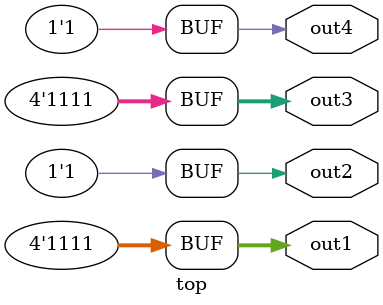
<source format=sv>
typedef struct packed {logic [3:0] a;} my_struct_packed_t;

module top (
    output wire [3:0] out1,
    output wire out2,
    output my_struct_packed_t out3,
    output wire out4
);
  assign out1   = '1;
  assign out2   = (out1 == 4'b1111);
  assign out3.a = '1;
  assign out4   = (out3 == '1);
endmodule : top

</source>
